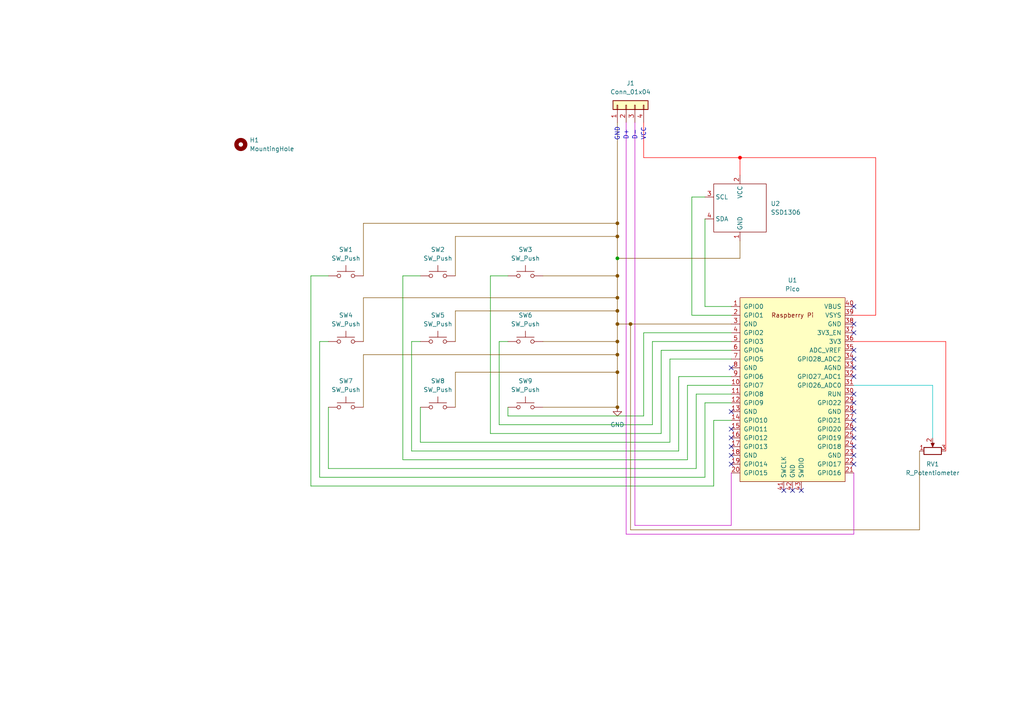
<source format=kicad_sch>
(kicad_sch
	(version 20250114)
	(generator "eeschema")
	(generator_version "9.0")
	(uuid "be761d41-80fa-41e6-a46b-db60b2c112ba")
	(paper "A4")
	(lib_symbols
		(symbol "Connector_Generic:Conn_01x04"
			(pin_names
				(offset 1.016)
				(hide yes)
			)
			(exclude_from_sim no)
			(in_bom yes)
			(on_board yes)
			(property "Reference" "J"
				(at 0 5.08 0)
				(effects
					(font
						(size 1.27 1.27)
					)
				)
			)
			(property "Value" "Conn_01x04"
				(at 0 -7.62 0)
				(effects
					(font
						(size 1.27 1.27)
					)
				)
			)
			(property "Footprint" ""
				(at 0 0 0)
				(effects
					(font
						(size 1.27 1.27)
					)
					(hide yes)
				)
			)
			(property "Datasheet" "~"
				(at 0 0 0)
				(effects
					(font
						(size 1.27 1.27)
					)
					(hide yes)
				)
			)
			(property "Description" "Generic connector, single row, 01x04, script generated (kicad-library-utils/schlib/autogen/connector/)"
				(at 0 0 0)
				(effects
					(font
						(size 1.27 1.27)
					)
					(hide yes)
				)
			)
			(property "ki_keywords" "connector"
				(at 0 0 0)
				(effects
					(font
						(size 1.27 1.27)
					)
					(hide yes)
				)
			)
			(property "ki_fp_filters" "Connector*:*_1x??_*"
				(at 0 0 0)
				(effects
					(font
						(size 1.27 1.27)
					)
					(hide yes)
				)
			)
			(symbol "Conn_01x04_1_1"
				(rectangle
					(start -1.27 3.81)
					(end 1.27 -6.35)
					(stroke
						(width 0.254)
						(type default)
					)
					(fill
						(type background)
					)
				)
				(rectangle
					(start -1.27 2.667)
					(end 0 2.413)
					(stroke
						(width 0.1524)
						(type default)
					)
					(fill
						(type none)
					)
				)
				(rectangle
					(start -1.27 0.127)
					(end 0 -0.127)
					(stroke
						(width 0.1524)
						(type default)
					)
					(fill
						(type none)
					)
				)
				(rectangle
					(start -1.27 -2.413)
					(end 0 -2.667)
					(stroke
						(width 0.1524)
						(type default)
					)
					(fill
						(type none)
					)
				)
				(rectangle
					(start -1.27 -4.953)
					(end 0 -5.207)
					(stroke
						(width 0.1524)
						(type default)
					)
					(fill
						(type none)
					)
				)
				(pin passive line
					(at -5.08 2.54 0)
					(length 3.81)
					(name "Pin_1"
						(effects
							(font
								(size 1.27 1.27)
							)
						)
					)
					(number "1"
						(effects
							(font
								(size 1.27 1.27)
							)
						)
					)
				)
				(pin passive line
					(at -5.08 0 0)
					(length 3.81)
					(name "Pin_2"
						(effects
							(font
								(size 1.27 1.27)
							)
						)
					)
					(number "2"
						(effects
							(font
								(size 1.27 1.27)
							)
						)
					)
				)
				(pin passive line
					(at -5.08 -2.54 0)
					(length 3.81)
					(name "Pin_3"
						(effects
							(font
								(size 1.27 1.27)
							)
						)
					)
					(number "3"
						(effects
							(font
								(size 1.27 1.27)
							)
						)
					)
				)
				(pin passive line
					(at -5.08 -5.08 0)
					(length 3.81)
					(name "Pin_4"
						(effects
							(font
								(size 1.27 1.27)
							)
						)
					)
					(number "4"
						(effects
							(font
								(size 1.27 1.27)
							)
						)
					)
				)
			)
			(embedded_fonts no)
		)
		(symbol "Device:R_Potentiometer"
			(pin_names
				(offset 1.016)
				(hide yes)
			)
			(exclude_from_sim no)
			(in_bom yes)
			(on_board yes)
			(property "Reference" "RV"
				(at -4.445 0 90)
				(effects
					(font
						(size 1.27 1.27)
					)
				)
			)
			(property "Value" "R_Potentiometer"
				(at -2.54 0 90)
				(effects
					(font
						(size 1.27 1.27)
					)
				)
			)
			(property "Footprint" ""
				(at 0 0 0)
				(effects
					(font
						(size 1.27 1.27)
					)
					(hide yes)
				)
			)
			(property "Datasheet" "~"
				(at 0 0 0)
				(effects
					(font
						(size 1.27 1.27)
					)
					(hide yes)
				)
			)
			(property "Description" "Potentiometer"
				(at 0 0 0)
				(effects
					(font
						(size 1.27 1.27)
					)
					(hide yes)
				)
			)
			(property "ki_keywords" "resistor variable"
				(at 0 0 0)
				(effects
					(font
						(size 1.27 1.27)
					)
					(hide yes)
				)
			)
			(property "ki_fp_filters" "Potentiometer*"
				(at 0 0 0)
				(effects
					(font
						(size 1.27 1.27)
					)
					(hide yes)
				)
			)
			(symbol "R_Potentiometer_0_1"
				(rectangle
					(start 1.016 2.54)
					(end -1.016 -2.54)
					(stroke
						(width 0.254)
						(type default)
					)
					(fill
						(type none)
					)
				)
				(polyline
					(pts
						(xy 1.143 0) (xy 2.286 0.508) (xy 2.286 -0.508) (xy 1.143 0)
					)
					(stroke
						(width 0)
						(type default)
					)
					(fill
						(type outline)
					)
				)
				(polyline
					(pts
						(xy 2.54 0) (xy 1.524 0)
					)
					(stroke
						(width 0)
						(type default)
					)
					(fill
						(type none)
					)
				)
			)
			(symbol "R_Potentiometer_1_1"
				(pin passive line
					(at 0 3.81 270)
					(length 1.27)
					(name "1"
						(effects
							(font
								(size 1.27 1.27)
							)
						)
					)
					(number "1"
						(effects
							(font
								(size 1.27 1.27)
							)
						)
					)
				)
				(pin passive line
					(at 0 -3.81 90)
					(length 1.27)
					(name "3"
						(effects
							(font
								(size 1.27 1.27)
							)
						)
					)
					(number "3"
						(effects
							(font
								(size 1.27 1.27)
							)
						)
					)
				)
				(pin passive line
					(at 3.81 0 180)
					(length 1.27)
					(name "2"
						(effects
							(font
								(size 1.27 1.27)
							)
						)
					)
					(number "2"
						(effects
							(font
								(size 1.27 1.27)
							)
						)
					)
				)
			)
			(embedded_fonts no)
		)
		(symbol "Mechanical:MountingHole"
			(pin_names
				(offset 1.016)
			)
			(exclude_from_sim yes)
			(in_bom no)
			(on_board yes)
			(property "Reference" "H"
				(at 0 5.08 0)
				(effects
					(font
						(size 1.27 1.27)
					)
				)
			)
			(property "Value" "MountingHole"
				(at 0 3.175 0)
				(effects
					(font
						(size 1.27 1.27)
					)
				)
			)
			(property "Footprint" ""
				(at 0 0 0)
				(effects
					(font
						(size 1.27 1.27)
					)
					(hide yes)
				)
			)
			(property "Datasheet" "~"
				(at 0 0 0)
				(effects
					(font
						(size 1.27 1.27)
					)
					(hide yes)
				)
			)
			(property "Description" "Mounting Hole without connection"
				(at 0 0 0)
				(effects
					(font
						(size 1.27 1.27)
					)
					(hide yes)
				)
			)
			(property "ki_keywords" "mounting hole"
				(at 0 0 0)
				(effects
					(font
						(size 1.27 1.27)
					)
					(hide yes)
				)
			)
			(property "ki_fp_filters" "MountingHole*"
				(at 0 0 0)
				(effects
					(font
						(size 1.27 1.27)
					)
					(hide yes)
				)
			)
			(symbol "MountingHole_0_1"
				(circle
					(center 0 0)
					(radius 1.27)
					(stroke
						(width 1.27)
						(type default)
					)
					(fill
						(type none)
					)
				)
			)
			(embedded_fonts no)
		)
		(symbol "SSD1306:SSD1306"
			(exclude_from_sim no)
			(in_bom yes)
			(on_board yes)
			(property "Reference" "U"
				(at 0 0 0)
				(effects
					(font
						(size 1.27 1.27)
					)
				)
			)
			(property "Value" "SSD1306"
				(at 9.144 0.508 90)
				(effects
					(font
						(size 1.27 1.27)
					)
				)
			)
			(property "Footprint" ""
				(at 0 0 0)
				(effects
					(font
						(size 1.27 1.27)
					)
					(hide yes)
				)
			)
			(property "Datasheet" ""
				(at 0 0 0)
				(effects
					(font
						(size 1.27 1.27)
					)
					(hide yes)
				)
			)
			(property "Description" ""
				(at 0 0 0)
				(effects
					(font
						(size 1.27 1.27)
					)
					(hide yes)
				)
			)
			(symbol "SSD1306_0_1"
				(rectangle
					(start -7.62 7.62)
					(end 7.62 -6.35)
					(stroke
						(width 0)
						(type default)
					)
					(fill
						(type none)
					)
				)
			)
			(symbol "SSD1306_1_1"
				(pin input line
					(at -10.16 3.81 0)
					(length 2.54)
					(name "SCL"
						(effects
							(font
								(size 1.27 1.27)
							)
						)
					)
					(number "3"
						(effects
							(font
								(size 1.27 1.27)
							)
						)
					)
				)
				(pin bidirectional line
					(at -10.16 -2.54 0)
					(length 2.54)
					(name "SDA"
						(effects
							(font
								(size 1.27 1.27)
							)
						)
					)
					(number "4"
						(effects
							(font
								(size 1.27 1.27)
							)
						)
					)
				)
				(pin power_in line
					(at 0 10.16 270)
					(length 2.54)
					(name "VCC"
						(effects
							(font
								(size 1.27 1.27)
							)
						)
					)
					(number "2"
						(effects
							(font
								(size 1.27 1.27)
							)
						)
					)
				)
				(pin power_in line
					(at 0 -8.89 90)
					(length 2.54)
					(name "GND"
						(effects
							(font
								(size 1.27 1.27)
							)
						)
					)
					(number "1"
						(effects
							(font
								(size 1.27 1.27)
							)
						)
					)
				)
			)
			(embedded_fonts no)
		)
		(symbol "Switch:SW_Push"
			(pin_numbers
				(hide yes)
			)
			(pin_names
				(offset 1.016)
				(hide yes)
			)
			(exclude_from_sim no)
			(in_bom yes)
			(on_board yes)
			(property "Reference" "SW"
				(at 1.27 2.54 0)
				(effects
					(font
						(size 1.27 1.27)
					)
					(justify left)
				)
			)
			(property "Value" "SW_Push"
				(at 0 -1.524 0)
				(effects
					(font
						(size 1.27 1.27)
					)
				)
			)
			(property "Footprint" ""
				(at 0 5.08 0)
				(effects
					(font
						(size 1.27 1.27)
					)
					(hide yes)
				)
			)
			(property "Datasheet" "~"
				(at 0 5.08 0)
				(effects
					(font
						(size 1.27 1.27)
					)
					(hide yes)
				)
			)
			(property "Description" "Push button switch, generic, two pins"
				(at 0 0 0)
				(effects
					(font
						(size 1.27 1.27)
					)
					(hide yes)
				)
			)
			(property "ki_keywords" "switch normally-open pushbutton push-button"
				(at 0 0 0)
				(effects
					(font
						(size 1.27 1.27)
					)
					(hide yes)
				)
			)
			(symbol "SW_Push_0_1"
				(circle
					(center -2.032 0)
					(radius 0.508)
					(stroke
						(width 0)
						(type default)
					)
					(fill
						(type none)
					)
				)
				(polyline
					(pts
						(xy 0 1.27) (xy 0 3.048)
					)
					(stroke
						(width 0)
						(type default)
					)
					(fill
						(type none)
					)
				)
				(circle
					(center 2.032 0)
					(radius 0.508)
					(stroke
						(width 0)
						(type default)
					)
					(fill
						(type none)
					)
				)
				(polyline
					(pts
						(xy 2.54 1.27) (xy -2.54 1.27)
					)
					(stroke
						(width 0)
						(type default)
					)
					(fill
						(type none)
					)
				)
				(pin passive line
					(at -5.08 0 0)
					(length 2.54)
					(name "1"
						(effects
							(font
								(size 1.27 1.27)
							)
						)
					)
					(number "1"
						(effects
							(font
								(size 1.27 1.27)
							)
						)
					)
				)
				(pin passive line
					(at 5.08 0 180)
					(length 2.54)
					(name "2"
						(effects
							(font
								(size 1.27 1.27)
							)
						)
					)
					(number "2"
						(effects
							(font
								(size 1.27 1.27)
							)
						)
					)
				)
			)
			(embedded_fonts no)
		)
		(symbol "power:GND"
			(power)
			(pin_numbers
				(hide yes)
			)
			(pin_names
				(offset 0)
				(hide yes)
			)
			(exclude_from_sim no)
			(in_bom yes)
			(on_board yes)
			(property "Reference" "#PWR"
				(at 0 -6.35 0)
				(effects
					(font
						(size 1.27 1.27)
					)
					(hide yes)
				)
			)
			(property "Value" "GND"
				(at 0 -3.81 0)
				(effects
					(font
						(size 1.27 1.27)
					)
				)
			)
			(property "Footprint" ""
				(at 0 0 0)
				(effects
					(font
						(size 1.27 1.27)
					)
					(hide yes)
				)
			)
			(property "Datasheet" ""
				(at 0 0 0)
				(effects
					(font
						(size 1.27 1.27)
					)
					(hide yes)
				)
			)
			(property "Description" "Power symbol creates a global label with name \"GND\" , ground"
				(at 0 0 0)
				(effects
					(font
						(size 1.27 1.27)
					)
					(hide yes)
				)
			)
			(property "ki_keywords" "global power"
				(at 0 0 0)
				(effects
					(font
						(size 1.27 1.27)
					)
					(hide yes)
				)
			)
			(symbol "GND_0_1"
				(polyline
					(pts
						(xy 0 0) (xy 0 -1.27) (xy 1.27 -1.27) (xy 0 -2.54) (xy -1.27 -1.27) (xy 0 -1.27)
					)
					(stroke
						(width 0)
						(type default)
					)
					(fill
						(type none)
					)
				)
			)
			(symbol "GND_1_1"
				(pin power_in line
					(at 0 0 270)
					(length 0)
					(name "~"
						(effects
							(font
								(size 1.27 1.27)
							)
						)
					)
					(number "1"
						(effects
							(font
								(size 1.27 1.27)
							)
						)
					)
				)
			)
			(embedded_fonts no)
		)
		(symbol "raspberry:Pico"
			(pin_names
				(offset 1.016)
			)
			(exclude_from_sim no)
			(in_bom yes)
			(on_board yes)
			(property "Reference" "U"
				(at -13.97 27.94 0)
				(effects
					(font
						(size 1.27 1.27)
					)
				)
			)
			(property "Value" "Pico"
				(at 0 19.05 0)
				(effects
					(font
						(size 1.27 1.27)
					)
				)
			)
			(property "Footprint" "RPi_Pico:RPi_Pico_SMD_TH"
				(at 0 0 90)
				(effects
					(font
						(size 1.27 1.27)
					)
					(hide yes)
				)
			)
			(property "Datasheet" ""
				(at 0 0 0)
				(effects
					(font
						(size 1.27 1.27)
					)
					(hide yes)
				)
			)
			(property "Description" ""
				(at 0 0 0)
				(effects
					(font
						(size 1.27 1.27)
					)
					(hide yes)
				)
			)
			(symbol "Pico_0_0"
				(text "Raspberry Pi"
					(at 0 21.59 0)
					(effects
						(font
							(size 1.27 1.27)
						)
					)
				)
			)
			(symbol "Pico_0_1"
				(rectangle
					(start -15.24 26.67)
					(end 15.24 -26.67)
					(stroke
						(width 0)
						(type solid)
					)
					(fill
						(type background)
					)
				)
			)
			(symbol "Pico_1_1"
				(pin bidirectional line
					(at -17.78 24.13 0)
					(length 2.54)
					(name "GPIO0"
						(effects
							(font
								(size 1.27 1.27)
							)
						)
					)
					(number "1"
						(effects
							(font
								(size 1.27 1.27)
							)
						)
					)
				)
				(pin bidirectional line
					(at -17.78 21.59 0)
					(length 2.54)
					(name "GPIO1"
						(effects
							(font
								(size 1.27 1.27)
							)
						)
					)
					(number "2"
						(effects
							(font
								(size 1.27 1.27)
							)
						)
					)
				)
				(pin power_in line
					(at -17.78 19.05 0)
					(length 2.54)
					(name "GND"
						(effects
							(font
								(size 1.27 1.27)
							)
						)
					)
					(number "3"
						(effects
							(font
								(size 1.27 1.27)
							)
						)
					)
				)
				(pin bidirectional line
					(at -17.78 16.51 0)
					(length 2.54)
					(name "GPIO2"
						(effects
							(font
								(size 1.27 1.27)
							)
						)
					)
					(number "4"
						(effects
							(font
								(size 1.27 1.27)
							)
						)
					)
				)
				(pin bidirectional line
					(at -17.78 13.97 0)
					(length 2.54)
					(name "GPIO3"
						(effects
							(font
								(size 1.27 1.27)
							)
						)
					)
					(number "5"
						(effects
							(font
								(size 1.27 1.27)
							)
						)
					)
				)
				(pin bidirectional line
					(at -17.78 11.43 0)
					(length 2.54)
					(name "GPIO4"
						(effects
							(font
								(size 1.27 1.27)
							)
						)
					)
					(number "6"
						(effects
							(font
								(size 1.27 1.27)
							)
						)
					)
				)
				(pin bidirectional line
					(at -17.78 8.89 0)
					(length 2.54)
					(name "GPIO5"
						(effects
							(font
								(size 1.27 1.27)
							)
						)
					)
					(number "7"
						(effects
							(font
								(size 1.27 1.27)
							)
						)
					)
				)
				(pin power_in line
					(at -17.78 6.35 0)
					(length 2.54)
					(name "GND"
						(effects
							(font
								(size 1.27 1.27)
							)
						)
					)
					(number "8"
						(effects
							(font
								(size 1.27 1.27)
							)
						)
					)
				)
				(pin bidirectional line
					(at -17.78 3.81 0)
					(length 2.54)
					(name "GPIO6"
						(effects
							(font
								(size 1.27 1.27)
							)
						)
					)
					(number "9"
						(effects
							(font
								(size 1.27 1.27)
							)
						)
					)
				)
				(pin bidirectional line
					(at -17.78 1.27 0)
					(length 2.54)
					(name "GPIO7"
						(effects
							(font
								(size 1.27 1.27)
							)
						)
					)
					(number "10"
						(effects
							(font
								(size 1.27 1.27)
							)
						)
					)
				)
				(pin bidirectional line
					(at -17.78 -1.27 0)
					(length 2.54)
					(name "GPIO8"
						(effects
							(font
								(size 1.27 1.27)
							)
						)
					)
					(number "11"
						(effects
							(font
								(size 1.27 1.27)
							)
						)
					)
				)
				(pin bidirectional line
					(at -17.78 -3.81 0)
					(length 2.54)
					(name "GPIO9"
						(effects
							(font
								(size 1.27 1.27)
							)
						)
					)
					(number "12"
						(effects
							(font
								(size 1.27 1.27)
							)
						)
					)
				)
				(pin power_in line
					(at -17.78 -6.35 0)
					(length 2.54)
					(name "GND"
						(effects
							(font
								(size 1.27 1.27)
							)
						)
					)
					(number "13"
						(effects
							(font
								(size 1.27 1.27)
							)
						)
					)
				)
				(pin bidirectional line
					(at -17.78 -8.89 0)
					(length 2.54)
					(name "GPIO10"
						(effects
							(font
								(size 1.27 1.27)
							)
						)
					)
					(number "14"
						(effects
							(font
								(size 1.27 1.27)
							)
						)
					)
				)
				(pin bidirectional line
					(at -17.78 -11.43 0)
					(length 2.54)
					(name "GPIO11"
						(effects
							(font
								(size 1.27 1.27)
							)
						)
					)
					(number "15"
						(effects
							(font
								(size 1.27 1.27)
							)
						)
					)
				)
				(pin bidirectional line
					(at -17.78 -13.97 0)
					(length 2.54)
					(name "GPIO12"
						(effects
							(font
								(size 1.27 1.27)
							)
						)
					)
					(number "16"
						(effects
							(font
								(size 1.27 1.27)
							)
						)
					)
				)
				(pin bidirectional line
					(at -17.78 -16.51 0)
					(length 2.54)
					(name "GPIO13"
						(effects
							(font
								(size 1.27 1.27)
							)
						)
					)
					(number "17"
						(effects
							(font
								(size 1.27 1.27)
							)
						)
					)
				)
				(pin power_in line
					(at -17.78 -19.05 0)
					(length 2.54)
					(name "GND"
						(effects
							(font
								(size 1.27 1.27)
							)
						)
					)
					(number "18"
						(effects
							(font
								(size 1.27 1.27)
							)
						)
					)
				)
				(pin bidirectional line
					(at -17.78 -21.59 0)
					(length 2.54)
					(name "GPIO14"
						(effects
							(font
								(size 1.27 1.27)
							)
						)
					)
					(number "19"
						(effects
							(font
								(size 1.27 1.27)
							)
						)
					)
				)
				(pin bidirectional line
					(at -17.78 -24.13 0)
					(length 2.54)
					(name "GPIO15"
						(effects
							(font
								(size 1.27 1.27)
							)
						)
					)
					(number "20"
						(effects
							(font
								(size 1.27 1.27)
							)
						)
					)
				)
				(pin input line
					(at -2.54 -29.21 90)
					(length 2.54)
					(name "SWCLK"
						(effects
							(font
								(size 1.27 1.27)
							)
						)
					)
					(number "41"
						(effects
							(font
								(size 1.27 1.27)
							)
						)
					)
				)
				(pin power_in line
					(at 0 -29.21 90)
					(length 2.54)
					(name "GND"
						(effects
							(font
								(size 1.27 1.27)
							)
						)
					)
					(number "42"
						(effects
							(font
								(size 1.27 1.27)
							)
						)
					)
				)
				(pin bidirectional line
					(at 2.54 -29.21 90)
					(length 2.54)
					(name "SWDIO"
						(effects
							(font
								(size 1.27 1.27)
							)
						)
					)
					(number "43"
						(effects
							(font
								(size 1.27 1.27)
							)
						)
					)
				)
				(pin unspecified line
					(at 17.78 24.13 180)
					(length 2.54)
					(name "VBUS"
						(effects
							(font
								(size 1.27 1.27)
							)
						)
					)
					(number "40"
						(effects
							(font
								(size 1.27 1.27)
							)
						)
					)
				)
				(pin unspecified line
					(at 17.78 21.59 180)
					(length 2.54)
					(name "VSYS"
						(effects
							(font
								(size 1.27 1.27)
							)
						)
					)
					(number "39"
						(effects
							(font
								(size 1.27 1.27)
							)
						)
					)
				)
				(pin bidirectional line
					(at 17.78 19.05 180)
					(length 2.54)
					(name "GND"
						(effects
							(font
								(size 1.27 1.27)
							)
						)
					)
					(number "38"
						(effects
							(font
								(size 1.27 1.27)
							)
						)
					)
				)
				(pin input line
					(at 17.78 16.51 180)
					(length 2.54)
					(name "3V3_EN"
						(effects
							(font
								(size 1.27 1.27)
							)
						)
					)
					(number "37"
						(effects
							(font
								(size 1.27 1.27)
							)
						)
					)
				)
				(pin unspecified line
					(at 17.78 13.97 180)
					(length 2.54)
					(name "3V3"
						(effects
							(font
								(size 1.27 1.27)
							)
						)
					)
					(number "36"
						(effects
							(font
								(size 1.27 1.27)
							)
						)
					)
				)
				(pin unspecified line
					(at 17.78 11.43 180)
					(length 2.54)
					(name "ADC_VREF"
						(effects
							(font
								(size 1.27 1.27)
							)
						)
					)
					(number "35"
						(effects
							(font
								(size 1.27 1.27)
							)
						)
					)
				)
				(pin bidirectional line
					(at 17.78 8.89 180)
					(length 2.54)
					(name "GPIO28_ADC2"
						(effects
							(font
								(size 1.27 1.27)
							)
						)
					)
					(number "34"
						(effects
							(font
								(size 1.27 1.27)
							)
						)
					)
				)
				(pin power_in line
					(at 17.78 6.35 180)
					(length 2.54)
					(name "AGND"
						(effects
							(font
								(size 1.27 1.27)
							)
						)
					)
					(number "33"
						(effects
							(font
								(size 1.27 1.27)
							)
						)
					)
				)
				(pin bidirectional line
					(at 17.78 3.81 180)
					(length 2.54)
					(name "GPIO27_ADC1"
						(effects
							(font
								(size 1.27 1.27)
							)
						)
					)
					(number "32"
						(effects
							(font
								(size 1.27 1.27)
							)
						)
					)
				)
				(pin bidirectional line
					(at 17.78 1.27 180)
					(length 2.54)
					(name "GPIO26_ADC0"
						(effects
							(font
								(size 1.27 1.27)
							)
						)
					)
					(number "31"
						(effects
							(font
								(size 1.27 1.27)
							)
						)
					)
				)
				(pin input line
					(at 17.78 -1.27 180)
					(length 2.54)
					(name "RUN"
						(effects
							(font
								(size 1.27 1.27)
							)
						)
					)
					(number "30"
						(effects
							(font
								(size 1.27 1.27)
							)
						)
					)
				)
				(pin bidirectional line
					(at 17.78 -3.81 180)
					(length 2.54)
					(name "GPIO22"
						(effects
							(font
								(size 1.27 1.27)
							)
						)
					)
					(number "29"
						(effects
							(font
								(size 1.27 1.27)
							)
						)
					)
				)
				(pin power_in line
					(at 17.78 -6.35 180)
					(length 2.54)
					(name "GND"
						(effects
							(font
								(size 1.27 1.27)
							)
						)
					)
					(number "28"
						(effects
							(font
								(size 1.27 1.27)
							)
						)
					)
				)
				(pin bidirectional line
					(at 17.78 -8.89 180)
					(length 2.54)
					(name "GPIO21"
						(effects
							(font
								(size 1.27 1.27)
							)
						)
					)
					(number "27"
						(effects
							(font
								(size 1.27 1.27)
							)
						)
					)
				)
				(pin bidirectional line
					(at 17.78 -11.43 180)
					(length 2.54)
					(name "GPIO20"
						(effects
							(font
								(size 1.27 1.27)
							)
						)
					)
					(number "26"
						(effects
							(font
								(size 1.27 1.27)
							)
						)
					)
				)
				(pin bidirectional line
					(at 17.78 -13.97 180)
					(length 2.54)
					(name "GPIO19"
						(effects
							(font
								(size 1.27 1.27)
							)
						)
					)
					(number "25"
						(effects
							(font
								(size 1.27 1.27)
							)
						)
					)
				)
				(pin bidirectional line
					(at 17.78 -16.51 180)
					(length 2.54)
					(name "GPIO18"
						(effects
							(font
								(size 1.27 1.27)
							)
						)
					)
					(number "24"
						(effects
							(font
								(size 1.27 1.27)
							)
						)
					)
				)
				(pin power_in line
					(at 17.78 -19.05 180)
					(length 2.54)
					(name "GND"
						(effects
							(font
								(size 1.27 1.27)
							)
						)
					)
					(number "23"
						(effects
							(font
								(size 1.27 1.27)
							)
						)
					)
				)
				(pin bidirectional line
					(at 17.78 -21.59 180)
					(length 2.54)
					(name "GPIO17"
						(effects
							(font
								(size 1.27 1.27)
							)
						)
					)
					(number "22"
						(effects
							(font
								(size 1.27 1.27)
							)
						)
					)
				)
				(pin bidirectional line
					(at 17.78 -24.13 180)
					(length 2.54)
					(name "GPIO16"
						(effects
							(font
								(size 1.27 1.27)
							)
						)
					)
					(number "21"
						(effects
							(font
								(size 1.27 1.27)
							)
						)
					)
				)
			)
			(embedded_fonts no)
		)
	)
	(text "GND\n"
		(exclude_from_sim no)
		(at 179.07 38.862 90)
		(effects
			(font
				(size 1.27 1.27)
			)
		)
		(uuid "45fee251-478c-4737-b59b-9ca092b72ef7")
	)
	(text "D+\n"
		(exclude_from_sim no)
		(at 181.61 39.116 90)
		(effects
			(font
				(size 1.27 1.27)
			)
		)
		(uuid "b1de9ca5-fd14-41e1-86f9-0e72c59281df")
	)
	(text "D-\n"
		(exclude_from_sim no)
		(at 184.15 39.116 90)
		(effects
			(font
				(size 1.27 1.27)
			)
		)
		(uuid "c95bc620-0beb-4182-bf47-120e02dfc940")
	)
	(text "VCC\n"
		(exclude_from_sim no)
		(at 186.69 38.862 90)
		(effects
			(font
				(size 1.27 1.27)
			)
		)
		(uuid "d542c6fa-1b9f-484f-a2f7-bdeba50b7614")
	)
	(junction
		(at 179.07 118.11)
		(diameter 0)
		(color 128 77 0 1)
		(uuid "0c23b095-1019-470c-af69-061ee9f851e0")
	)
	(junction
		(at 179.07 93.98)
		(diameter 0)
		(color 128 77 0 1)
		(uuid "2ec4885a-d09b-49ff-9c12-ad515e22e245")
	)
	(junction
		(at 179.07 99.06)
		(diameter 0)
		(color 128 77 0 1)
		(uuid "37a01d85-96e2-4d54-a775-d9b83076e165")
	)
	(junction
		(at 179.07 86.36)
		(diameter 0)
		(color 128 77 0 1)
		(uuid "40c83164-a36d-402f-90c9-85177037231f")
	)
	(junction
		(at 214.63 45.72)
		(diameter 0)
		(color 255 0 0 1)
		(uuid "61cdc0c0-92df-4be1-a305-34f822688a98")
	)
	(junction
		(at 179.07 80.01)
		(diameter 0)
		(color 128 77 0 1)
		(uuid "679b977f-3158-492e-9887-79d81e489873")
	)
	(junction
		(at 179.07 74.93)
		(diameter 0)
		(color 0 0 0 0)
		(uuid "8b8b1e2a-618e-46ec-a5ef-e62a9958cf21")
	)
	(junction
		(at 179.07 102.87)
		(diameter 0)
		(color 128 77 0 1)
		(uuid "9f0f48e7-7b5d-43a5-b3fa-53004c3f9241")
	)
	(junction
		(at 179.07 64.77)
		(diameter 0)
		(color 128 77 0 1)
		(uuid "bb0c5799-a029-40ec-8d86-7aae34a20513")
	)
	(junction
		(at 182.88 93.98)
		(diameter 0)
		(color 128 77 0 1)
		(uuid "e9f73342-cd2f-4b4f-b17c-02bed527cb2e")
	)
	(junction
		(at 179.07 68.58)
		(diameter 0)
		(color 128 77 0 1)
		(uuid "ee647d8d-61e5-4720-b9a0-21a69a06e40d")
	)
	(junction
		(at 179.07 107.95)
		(diameter 0)
		(color 128 77 0 1)
		(uuid "fbd27eb1-79a4-4900-8c17-d011e186230b")
	)
	(junction
		(at 179.07 90.17)
		(diameter 0)
		(color 128 77 0 1)
		(uuid "fe28db5f-b30e-4a5d-95f3-861b3bf14cc9")
	)
	(no_connect
		(at 247.65 134.62)
		(uuid "0def4210-f909-421b-99c6-4a69ef8a9721")
	)
	(no_connect
		(at 212.09 106.68)
		(uuid "17332dbd-d125-4f3f-a0bd-7984cc31fcd9")
	)
	(no_connect
		(at 247.65 119.38)
		(uuid "1a950b32-e436-4593-9dcf-3ecd78b0cd56")
	)
	(no_connect
		(at 247.65 88.9)
		(uuid "1d071b9a-59a9-4ff0-8c41-7712ccfad76d")
	)
	(no_connect
		(at 212.09 132.08)
		(uuid "22d82d82-4304-4374-a911-788d2cd786b5")
	)
	(no_connect
		(at 247.65 93.98)
		(uuid "3ff2efd0-aca8-40b2-9563-0ba8301eba2c")
	)
	(no_connect
		(at 247.65 106.68)
		(uuid "48f57708-7a4a-4745-9223-f7bdc56ad4aa")
	)
	(no_connect
		(at 247.65 101.6)
		(uuid "61768a39-d75f-4393-85fe-4fcf29f791e9")
	)
	(no_connect
		(at 232.41 142.24)
		(uuid "6b706e6e-8714-4052-a934-3e45fca932b5")
	)
	(no_connect
		(at 227.33 142.24)
		(uuid "6e75b651-4bf5-4950-abbf-d2291d19a765")
	)
	(no_connect
		(at 212.09 134.62)
		(uuid "7679a63a-553e-4ad8-8889-7246ad06a526")
	)
	(no_connect
		(at 247.65 109.22)
		(uuid "7f3ae5d7-cfa7-4b90-80b5-2e5a84a14ef4")
	)
	(no_connect
		(at 247.65 104.14)
		(uuid "a46942f9-a162-4e8e-bcdf-7667e5e80564")
	)
	(no_connect
		(at 247.65 124.46)
		(uuid "a9b29898-4233-4e92-b6e1-edb019c7e5ee")
	)
	(no_connect
		(at 247.65 129.54)
		(uuid "ae455189-7e96-4925-83ef-a0f99c250158")
	)
	(no_connect
		(at 212.09 127)
		(uuid "ae94f28b-1bcf-458c-9c30-b010302aad10")
	)
	(no_connect
		(at 212.09 124.46)
		(uuid "af51048d-5ab8-4bbe-bc40-f2dfa108e3a9")
	)
	(no_connect
		(at 247.65 132.08)
		(uuid "af70a86e-054a-43b4-85df-436db9af400e")
	)
	(no_connect
		(at 247.65 127)
		(uuid "af94e4b2-8d89-4b96-99ac-005594ba765b")
	)
	(no_connect
		(at 229.87 142.24)
		(uuid "b404e9bc-ed24-4dfb-9567-53edffb5fde0")
	)
	(no_connect
		(at 212.09 119.38)
		(uuid "bb9a7252-e8d3-4077-9033-d351302628fd")
	)
	(no_connect
		(at 247.65 114.3)
		(uuid "de3b30fb-8d46-4027-bd77-75a6be2fddaa")
	)
	(no_connect
		(at 212.09 129.54)
		(uuid "e27b4e3e-8c49-4c1e-bce0-f5a32e62ad4a")
	)
	(no_connect
		(at 247.65 116.84)
		(uuid "ec84732b-db31-4128-9f75-89de45fed9be")
	)
	(no_connect
		(at 247.65 96.52)
		(uuid "f084babf-9115-4088-ae6c-75420a2d20d3")
	)
	(no_connect
		(at 247.65 121.92)
		(uuid "ff0f3d34-ba1c-4ead-8e1a-0e42c1cefc92")
	)
	(wire
		(pts
			(xy 95.25 135.89) (xy 201.93 135.89)
		)
		(stroke
			(width 0)
			(type default)
		)
		(uuid "062b9240-f6cc-4dbd-be1b-9a71a40e59ab")
	)
	(wire
		(pts
			(xy 204.47 88.9) (xy 212.09 88.9)
		)
		(stroke
			(width 0)
			(type default)
		)
		(uuid "08d1ebb7-5230-45d8-a214-204b79a033b2")
	)
	(wire
		(pts
			(xy 274.32 99.06) (xy 274.32 130.81)
		)
		(stroke
			(width 0)
			(type default)
			(color 255 0 0 1)
		)
		(uuid "0a998bc1-d1b1-41a8-a5bf-96740aa7f56a")
	)
	(wire
		(pts
			(xy 184.15 152.4) (xy 184.15 35.56)
		)
		(stroke
			(width 0)
			(type default)
			(color 194 0 194 1)
		)
		(uuid "0c7f911a-cb51-4c31-bf84-cdaf24674a7b")
	)
	(wire
		(pts
			(xy 199.39 111.76) (xy 212.09 111.76)
		)
		(stroke
			(width 0)
			(type default)
		)
		(uuid "0e3722f7-d2c6-4c59-8572-9cd6769b1649")
	)
	(wire
		(pts
			(xy 270.51 111.76) (xy 247.65 111.76)
		)
		(stroke
			(width 0)
			(type default)
			(color 0 194 194 1)
		)
		(uuid "1451f234-22f9-494d-abf4-de0ee0f2369e")
	)
	(wire
		(pts
			(xy 194.31 128.27) (xy 194.31 104.14)
		)
		(stroke
			(width 0)
			(type default)
		)
		(uuid "1dbb92c1-fed6-4c02-9094-984acdf75cea")
	)
	(wire
		(pts
			(xy 247.65 99.06) (xy 274.32 99.06)
		)
		(stroke
			(width 0)
			(type default)
			(color 255 0 0 1)
		)
		(uuid "20db8a54-a048-441f-8eff-811770f69c21")
	)
	(wire
		(pts
			(xy 132.08 68.58) (xy 179.07 68.58)
		)
		(stroke
			(width 0)
			(type default)
			(color 128 77 0 1)
		)
		(uuid "21c020ef-e662-414c-9422-ead3e78409a5")
	)
	(wire
		(pts
			(xy 186.69 45.72) (xy 186.69 35.56)
		)
		(stroke
			(width 0)
			(type default)
			(color 255 0 0 1)
		)
		(uuid "2838fe8b-a146-45be-87a2-d50727717f0c")
	)
	(wire
		(pts
			(xy 247.65 154.94) (xy 247.65 137.16)
		)
		(stroke
			(width 0)
			(type default)
			(color 194 0 194 1)
		)
		(uuid "29aed3b8-0c91-4f71-844c-09a8d4e169e6")
	)
	(wire
		(pts
			(xy 196.85 130.81) (xy 119.38 130.81)
		)
		(stroke
			(width 0)
			(type default)
		)
		(uuid "2af338f8-8a90-4b6b-812c-878c6b298e16")
	)
	(wire
		(pts
			(xy 179.07 90.17) (xy 179.07 93.98)
		)
		(stroke
			(width 0)
			(type default)
			(color 128 77 0 1)
		)
		(uuid "2afbc909-fbb0-4979-aaf5-e036e3e1be86")
	)
	(wire
		(pts
			(xy 196.85 109.22) (xy 196.85 130.81)
		)
		(stroke
			(width 0)
			(type default)
		)
		(uuid "2c45d125-ae64-48d5-8ef5-7a586daf412c")
	)
	(wire
		(pts
			(xy 214.63 50.8) (xy 214.63 45.72)
		)
		(stroke
			(width 0)
			(type default)
			(color 255 0 0 1)
		)
		(uuid "2c7c50fd-5e0f-4ad9-81bf-8de23f222b12")
	)
	(wire
		(pts
			(xy 157.48 118.11) (xy 179.07 118.11)
		)
		(stroke
			(width 0)
			(type default)
			(color 128 77 0 1)
		)
		(uuid "2cf2f0fa-39b9-4c20-a46a-afacbc0a6889")
	)
	(wire
		(pts
			(xy 212.09 109.22) (xy 196.85 109.22)
		)
		(stroke
			(width 0)
			(type default)
		)
		(uuid "304ceca0-eb79-4db8-b76f-ea83d84befa1")
	)
	(wire
		(pts
			(xy 105.41 118.11) (xy 105.41 102.87)
		)
		(stroke
			(width 0)
			(type default)
			(color 128 77 0 1)
		)
		(uuid "32bb1b50-d877-4559-97c4-173ef056cfb5")
	)
	(wire
		(pts
			(xy 200.66 57.15) (xy 200.66 91.44)
		)
		(stroke
			(width 0)
			(type default)
		)
		(uuid "33f02da8-8274-40c8-9d3b-c2b73ff06fb4")
	)
	(wire
		(pts
			(xy 212.09 152.4) (xy 184.15 152.4)
		)
		(stroke
			(width 0)
			(type default)
			(color 194 0 194 1)
		)
		(uuid "34d17f9c-d1ac-4b06-b8f1-a46067edfb19")
	)
	(wire
		(pts
			(xy 119.38 130.81) (xy 119.38 99.06)
		)
		(stroke
			(width 0)
			(type default)
		)
		(uuid "35072553-3883-403b-b99d-98fe00059a51")
	)
	(wire
		(pts
			(xy 179.07 107.95) (xy 179.07 118.11)
		)
		(stroke
			(width 0)
			(type default)
			(color 128 77 0 1)
		)
		(uuid "362f6711-2a93-4c6d-ac53-f048086b491e")
	)
	(wire
		(pts
			(xy 179.07 99.06) (xy 179.07 102.87)
		)
		(stroke
			(width 0)
			(type default)
			(color 128 77 0 1)
		)
		(uuid "4017b2e4-2788-4feb-bf7a-743bd213ac8d")
	)
	(wire
		(pts
			(xy 200.66 91.44) (xy 212.09 91.44)
		)
		(stroke
			(width 0)
			(type default)
		)
		(uuid "43ce0e03-87f8-45a4-894a-7591c67a2d1e")
	)
	(wire
		(pts
			(xy 142.24 80.01) (xy 142.24 125.73)
		)
		(stroke
			(width 0)
			(type default)
		)
		(uuid "46943b7c-ec35-425c-8ccd-e91a8cf72497")
	)
	(wire
		(pts
			(xy 179.07 64.77) (xy 179.07 35.56)
		)
		(stroke
			(width 0)
			(type default)
			(color 128 77 0 1)
		)
		(uuid "47fb2ff7-bc71-43e0-b54a-49575d89917f")
	)
	(wire
		(pts
			(xy 144.78 99.06) (xy 144.78 123.19)
		)
		(stroke
			(width 0)
			(type default)
		)
		(uuid "489d960c-7d22-4a91-b635-063269c14809")
	)
	(wire
		(pts
			(xy 132.08 107.95) (xy 179.07 107.95)
		)
		(stroke
			(width 0)
			(type default)
			(color 128 77 0 1)
		)
		(uuid "4a63f09b-b80a-445a-8e7e-8c3dd7e88e14")
	)
	(wire
		(pts
			(xy 90.17 140.97) (xy 90.17 80.01)
		)
		(stroke
			(width 0)
			(type default)
		)
		(uuid "4a8a1ddd-2d27-4379-9f21-5d8b6bb0393e")
	)
	(wire
		(pts
			(xy 121.92 80.01) (xy 116.84 80.01)
		)
		(stroke
			(width 0)
			(type default)
		)
		(uuid "4bc6d2ff-dd97-4aea-8892-f3a7d9508e51")
	)
	(wire
		(pts
			(xy 157.48 99.06) (xy 179.07 99.06)
		)
		(stroke
			(width 0)
			(type default)
			(color 128 77 0 1)
		)
		(uuid "4fa8a972-5ca7-45d7-b039-b98448f3c3cd")
	)
	(wire
		(pts
			(xy 92.71 99.06) (xy 92.71 138.43)
		)
		(stroke
			(width 0)
			(type default)
		)
		(uuid "532ae39d-02fa-41a1-874f-76769d70a639")
	)
	(wire
		(pts
			(xy 212.09 121.92) (xy 207.01 121.92)
		)
		(stroke
			(width 0)
			(type default)
		)
		(uuid "58f492e6-40b5-49db-a3eb-21cd09824be4")
	)
	(wire
		(pts
			(xy 189.23 123.19) (xy 189.23 99.06)
		)
		(stroke
			(width 0)
			(type default)
		)
		(uuid "59678d1b-a703-4392-89c3-e2732d3c1679")
	)
	(wire
		(pts
			(xy 182.88 153.67) (xy 266.7 153.67)
		)
		(stroke
			(width 0)
			(type default)
			(color 128 77 0 1)
		)
		(uuid "5b43bf98-782c-49db-b48c-f784ce22d6b4")
	)
	(wire
		(pts
			(xy 179.07 80.01) (xy 179.07 74.93)
		)
		(stroke
			(width 0)
			(type default)
			(color 128 77 0 1)
		)
		(uuid "5d326492-71dc-43ec-bf44-dbf5ac48efa6")
	)
	(wire
		(pts
			(xy 207.01 140.97) (xy 90.17 140.97)
		)
		(stroke
			(width 0)
			(type default)
		)
		(uuid "5f000b3c-8e37-4c1d-874f-8870a6c06c5d")
	)
	(wire
		(pts
			(xy 182.88 93.98) (xy 182.88 153.67)
		)
		(stroke
			(width 0)
			(type default)
			(color 128 77 0 1)
		)
		(uuid "5fe8c16a-257d-468c-a317-4a404903337d")
	)
	(wire
		(pts
			(xy 266.7 153.67) (xy 266.7 130.81)
		)
		(stroke
			(width 0)
			(type default)
			(color 128 77 0 1)
		)
		(uuid "608eed7f-b012-462b-8fe6-449b7d2d75b1")
	)
	(wire
		(pts
			(xy 179.07 93.98) (xy 179.07 99.06)
		)
		(stroke
			(width 0)
			(type default)
			(color 128 77 0 1)
		)
		(uuid "617e60ee-fd13-4ec2-a4ec-e51f1e817c1a")
	)
	(wire
		(pts
			(xy 201.93 135.89) (xy 201.93 114.3)
		)
		(stroke
			(width 0)
			(type default)
		)
		(uuid "62cb038f-afbe-489a-80c5-5fec06fe31ef")
	)
	(wire
		(pts
			(xy 119.38 99.06) (xy 121.92 99.06)
		)
		(stroke
			(width 0)
			(type default)
		)
		(uuid "63413d35-d5b6-4f7a-bd33-747b2ee2dc1a")
	)
	(wire
		(pts
			(xy 92.71 138.43) (xy 204.47 138.43)
		)
		(stroke
			(width 0)
			(type default)
		)
		(uuid "66f6f773-a999-4907-aae3-03c9e50919e8")
	)
	(wire
		(pts
			(xy 186.69 45.72) (xy 214.63 45.72)
		)
		(stroke
			(width 0)
			(type default)
			(color 255 0 0 1)
		)
		(uuid "68bb2020-8263-4aef-97d4-a7faae83a012")
	)
	(wire
		(pts
			(xy 157.48 80.01) (xy 179.07 80.01)
		)
		(stroke
			(width 0)
			(type default)
			(color 128 77 0 1)
		)
		(uuid "7310fd7c-9888-4fc2-8071-063c76f3df60")
	)
	(wire
		(pts
			(xy 212.09 96.52) (xy 186.69 96.52)
		)
		(stroke
			(width 0)
			(type default)
		)
		(uuid "7b040ee8-0288-424b-9a36-6cb0f28b5fc3")
	)
	(wire
		(pts
			(xy 201.93 114.3) (xy 212.09 114.3)
		)
		(stroke
			(width 0)
			(type default)
		)
		(uuid "7b96122c-a59e-4091-83d2-05c207af8722")
	)
	(wire
		(pts
			(xy 179.07 93.98) (xy 182.88 93.98)
		)
		(stroke
			(width 0)
			(type default)
			(color 128 77 0 1)
		)
		(uuid "7d24c2cf-2a8a-4de8-bc7e-ba05e7611715")
	)
	(wire
		(pts
			(xy 214.63 74.93) (xy 214.63 69.85)
		)
		(stroke
			(width 0)
			(type default)
			(color 128 77 0 1)
		)
		(uuid "7e13331c-7e22-42da-87a5-bca2765b1def")
	)
	(wire
		(pts
			(xy 204.47 116.84) (xy 212.09 116.84)
		)
		(stroke
			(width 0)
			(type default)
		)
		(uuid "7e7c7f76-1b2f-4bac-bd00-6dec2652e0ff")
	)
	(wire
		(pts
			(xy 179.07 102.87) (xy 179.07 107.95)
		)
		(stroke
			(width 0)
			(type default)
			(color 128 77 0 1)
		)
		(uuid "7e803b7b-5010-4095-85ac-a093d73dcd8c")
	)
	(wire
		(pts
			(xy 191.77 125.73) (xy 191.77 101.6)
		)
		(stroke
			(width 0)
			(type default)
		)
		(uuid "7f0a794a-8141-4e29-a885-112fa5616e84")
	)
	(wire
		(pts
			(xy 95.25 118.11) (xy 95.25 135.89)
		)
		(stroke
			(width 0)
			(type default)
		)
		(uuid "814e403e-ad56-4679-abbf-0014cd752399")
	)
	(wire
		(pts
			(xy 204.47 138.43) (xy 204.47 116.84)
		)
		(stroke
			(width 0)
			(type default)
		)
		(uuid "82de5b61-c38d-43ba-b4b2-a5bfb1562001")
	)
	(wire
		(pts
			(xy 132.08 90.17) (xy 179.07 90.17)
		)
		(stroke
			(width 0)
			(type default)
			(color 128 77 0 1)
		)
		(uuid "82dfc470-5e34-4d4c-b8a9-a361dfd5f375")
	)
	(wire
		(pts
			(xy 204.47 63.5) (xy 204.47 88.9)
		)
		(stroke
			(width 0)
			(type default)
		)
		(uuid "87ec860a-0250-4d1e-9912-dd55292a9c19")
	)
	(wire
		(pts
			(xy 144.78 123.19) (xy 189.23 123.19)
		)
		(stroke
			(width 0)
			(type default)
		)
		(uuid "8bd8f4b4-e7fe-440a-bc68-06b6cb8efa80")
	)
	(wire
		(pts
			(xy 212.09 152.4) (xy 212.09 137.16)
		)
		(stroke
			(width 0)
			(type default)
			(color 194 0 194 1)
		)
		(uuid "8beeadb3-f3f3-4e54-8856-bc80e1197da6")
	)
	(wire
		(pts
			(xy 121.92 128.27) (xy 194.31 128.27)
		)
		(stroke
			(width 0)
			(type default)
		)
		(uuid "918e5a0d-40e3-437e-848f-17e51f3613e9")
	)
	(wire
		(pts
			(xy 116.84 133.35) (xy 199.39 133.35)
		)
		(stroke
			(width 0)
			(type default)
		)
		(uuid "94ec0910-d247-4b07-9fcb-ba8556f60839")
	)
	(wire
		(pts
			(xy 189.23 99.06) (xy 212.09 99.06)
		)
		(stroke
			(width 0)
			(type default)
		)
		(uuid "9574c687-f48b-4bed-a836-23cd5901e144")
	)
	(wire
		(pts
			(xy 147.32 80.01) (xy 142.24 80.01)
		)
		(stroke
			(width 0)
			(type default)
		)
		(uuid "9ab5f9a8-44c7-4e2f-a70a-12571b2c94f6")
	)
	(wire
		(pts
			(xy 179.07 68.58) (xy 179.07 64.77)
		)
		(stroke
			(width 0)
			(type default)
			(color 128 77 0 1)
		)
		(uuid "9cb75876-62b9-4d03-b9c9-71358f48fef5")
	)
	(wire
		(pts
			(xy 105.41 86.36) (xy 179.07 86.36)
		)
		(stroke
			(width 0)
			(type default)
			(color 128 77 0 1)
		)
		(uuid "9edfc342-a2de-4596-97e0-3e3a8a20e401")
	)
	(wire
		(pts
			(xy 121.92 118.11) (xy 121.92 128.27)
		)
		(stroke
			(width 0)
			(type default)
		)
		(uuid "a27c056b-e982-4ee7-aa77-10eaf9334baa")
	)
	(wire
		(pts
			(xy 116.84 80.01) (xy 116.84 133.35)
		)
		(stroke
			(width 0)
			(type default)
		)
		(uuid "a3b2f29b-015c-44c3-8d0a-3790466cee62")
	)
	(wire
		(pts
			(xy 95.25 99.06) (xy 92.71 99.06)
		)
		(stroke
			(width 0)
			(type default)
		)
		(uuid "a63789d9-5837-4cb2-a7e7-c113157e2346")
	)
	(wire
		(pts
			(xy 179.07 74.93) (xy 179.07 68.58)
		)
		(stroke
			(width 0)
			(type default)
			(color 128 77 0 1)
		)
		(uuid "a6fb2442-8ccf-450b-81d7-d66b5f435cab")
	)
	(wire
		(pts
			(xy 186.69 96.52) (xy 186.69 120.65)
		)
		(stroke
			(width 0)
			(type default)
		)
		(uuid "aac5ef53-f388-4501-a60c-793ecc3ef4bc")
	)
	(wire
		(pts
			(xy 181.61 154.94) (xy 247.65 154.94)
		)
		(stroke
			(width 0)
			(type default)
			(color 194 0 194 1)
		)
		(uuid "ac03413a-422c-49e4-b05e-345ebb8595ef")
	)
	(wire
		(pts
			(xy 132.08 118.11) (xy 132.08 107.95)
		)
		(stroke
			(width 0)
			(type default)
			(color 128 77 0 1)
		)
		(uuid "b0803c55-e2d5-4a63-890b-8aad35d46f5a")
	)
	(wire
		(pts
			(xy 105.41 64.77) (xy 179.07 64.77)
		)
		(stroke
			(width 0)
			(type default)
			(color 128 77 0 1)
		)
		(uuid "b1a8d6c5-f97b-4f0e-95e0-d4bb0dca7922")
	)
	(wire
		(pts
			(xy 179.07 90.17) (xy 179.07 86.36)
		)
		(stroke
			(width 0)
			(type default)
			(color 128 77 0 1)
		)
		(uuid "b5da8ab1-cdf8-4bd1-925e-901a00dd2f2a")
	)
	(wire
		(pts
			(xy 191.77 101.6) (xy 212.09 101.6)
		)
		(stroke
			(width 0)
			(type default)
		)
		(uuid "b87e9444-d04a-43fa-8373-dc9e93979725")
	)
	(wire
		(pts
			(xy 132.08 80.01) (xy 132.08 68.58)
		)
		(stroke
			(width 0)
			(type default)
			(color 128 77 0 1)
		)
		(uuid "c66275ee-acb1-40ac-a9f4-2191705dbcc8")
	)
	(wire
		(pts
			(xy 142.24 125.73) (xy 191.77 125.73)
		)
		(stroke
			(width 0)
			(type default)
		)
		(uuid "c808b28a-f033-473c-bedc-0e44e0a81b65")
	)
	(wire
		(pts
			(xy 186.69 120.65) (xy 147.32 120.65)
		)
		(stroke
			(width 0)
			(type default)
		)
		(uuid "c9715c65-cd1f-45d1-a660-a4804a5065fe")
	)
	(wire
		(pts
			(xy 132.08 99.06) (xy 132.08 90.17)
		)
		(stroke
			(width 0)
			(type default)
			(color 128 77 0 1)
		)
		(uuid "cb90f05a-2cb4-44c3-ae2b-92a9378fea08")
	)
	(wire
		(pts
			(xy 254 91.44) (xy 247.65 91.44)
		)
		(stroke
			(width 0)
			(type default)
			(color 255 0 0 1)
		)
		(uuid "cc626115-86aa-41f3-85bd-41548a6809cf")
	)
	(wire
		(pts
			(xy 194.31 104.14) (xy 212.09 104.14)
		)
		(stroke
			(width 0)
			(type default)
		)
		(uuid "cdb2927e-f242-4e74-8519-e17fc40f6e8b")
	)
	(wire
		(pts
			(xy 179.07 74.93) (xy 214.63 74.93)
		)
		(stroke
			(width 0)
			(type default)
			(color 128 77 0 1)
		)
		(uuid "cdde31cf-2c58-436e-81ff-e5cba5aa9dc9")
	)
	(wire
		(pts
			(xy 105.41 99.06) (xy 105.41 86.36)
		)
		(stroke
			(width 0)
			(type default)
			(color 128 77 0 1)
		)
		(uuid "d10df63e-2a43-40a8-89f7-9e4e11c0ffe4")
	)
	(wire
		(pts
			(xy 270.51 127) (xy 270.51 111.76)
		)
		(stroke
			(width 0)
			(type default)
			(color 0 194 194 1)
		)
		(uuid "d111418f-831a-4f4f-b65a-4be8e3b6e0d4")
	)
	(wire
		(pts
			(xy 90.17 80.01) (xy 95.25 80.01)
		)
		(stroke
			(width 0)
			(type default)
		)
		(uuid "d5ee3766-e09d-4039-a86a-b0f2162ee38e")
	)
	(wire
		(pts
			(xy 181.61 35.56) (xy 181.61 154.94)
		)
		(stroke
			(width 0)
			(type default)
			(color 194 0 194 1)
		)
		(uuid "d6b221aa-8acb-4132-b778-eb21fcc95142")
	)
	(wire
		(pts
			(xy 254 45.72) (xy 254 91.44)
		)
		(stroke
			(width 0)
			(type default)
			(color 255 0 0 1)
		)
		(uuid "d8a73f79-ce4f-429d-8d21-6dafd9932231")
	)
	(wire
		(pts
			(xy 199.39 133.35) (xy 199.39 111.76)
		)
		(stroke
			(width 0)
			(type default)
		)
		(uuid "e0ad67de-484f-4a35-a9fd-93b9ecee51a2")
	)
	(wire
		(pts
			(xy 204.47 57.15) (xy 200.66 57.15)
		)
		(stroke
			(width 0)
			(type default)
		)
		(uuid "e41d1e0e-7375-4385-9254-c7bb3942ea21")
	)
	(wire
		(pts
			(xy 182.88 93.98) (xy 212.09 93.98)
		)
		(stroke
			(width 0)
			(type default)
			(color 128 77 0 1)
		)
		(uuid "e86ad25e-ce03-40b4-b33e-b63867b0d4ba")
	)
	(wire
		(pts
			(xy 207.01 121.92) (xy 207.01 140.97)
		)
		(stroke
			(width 0)
			(type default)
		)
		(uuid "f18b3de2-b0d4-49d1-b9c2-4d3688dae6a3")
	)
	(wire
		(pts
			(xy 147.32 120.65) (xy 147.32 118.11)
		)
		(stroke
			(width 0)
			(type default)
		)
		(uuid "f2721809-3d84-4b4a-93e8-14044fbbee11")
	)
	(wire
		(pts
			(xy 179.07 80.01) (xy 179.07 86.36)
		)
		(stroke
			(width 0)
			(type default)
			(color 128 77 0 1)
		)
		(uuid "f521f1e1-c2ad-4a2f-84ce-80e7d31cddf0")
	)
	(wire
		(pts
			(xy 105.41 102.87) (xy 179.07 102.87)
		)
		(stroke
			(width 0)
			(type default)
			(color 128 77 0 1)
		)
		(uuid "f675e612-56f1-48f0-8ebb-a0c8cf12b21c")
	)
	(wire
		(pts
			(xy 214.63 45.72) (xy 254 45.72)
		)
		(stroke
			(width 0)
			(type default)
			(color 255 0 0 1)
		)
		(uuid "f8f239d5-1913-4adc-96e9-088cb549f02a")
	)
	(wire
		(pts
			(xy 147.32 99.06) (xy 144.78 99.06)
		)
		(stroke
			(width 0)
			(type default)
		)
		(uuid "f99e4024-1ac4-4a5b-a50d-faace71c0c5d")
	)
	(wire
		(pts
			(xy 105.41 80.01) (xy 105.41 64.77)
		)
		(stroke
			(width 0)
			(type default)
			(color 128 77 0 1)
		)
		(uuid "fcc847ad-9658-4ab1-8c0a-f2ca57247c86")
	)
	(symbol
		(lib_id "Switch:SW_Push")
		(at 100.33 80.01 0)
		(unit 1)
		(exclude_from_sim no)
		(in_bom yes)
		(on_board yes)
		(dnp no)
		(fields_autoplaced yes)
		(uuid "0d933aa5-3dc4-4c84-8b8f-8a0f19dd7ffe")
		(property "Reference" "SW1"
			(at 100.33 72.39 0)
			(effects
				(font
					(size 1.27 1.27)
				)
			)
		)
		(property "Value" "SW_Push"
			(at 100.33 74.93 0)
			(effects
				(font
					(size 1.27 1.27)
				)
			)
		)
		(property "Footprint" "Button_Switch_Keyboard:SW_Cherry_MX_1.00u_Plate"
			(at 100.33 74.93 0)
			(effects
				(font
					(size 1.27 1.27)
				)
				(hide yes)
			)
		)
		(property "Datasheet" "~"
			(at 100.33 74.93 0)
			(effects
				(font
					(size 1.27 1.27)
				)
				(hide yes)
			)
		)
		(property "Description" "Push button switch, generic, two pins"
			(at 100.33 80.01 0)
			(effects
				(font
					(size 1.27 1.27)
				)
				(hide yes)
			)
		)
		(pin "1"
			(uuid "54832e47-e7c9-4505-9c3f-ba00850d85e0")
		)
		(pin "2"
			(uuid "30293ff2-f1a1-46d8-90e6-803e103d0c82")
		)
		(instances
			(project "MacroPadV4RP"
				(path "/be761d41-80fa-41e6-a46b-db60b2c112ba"
					(reference "SW1")
					(unit 1)
				)
			)
		)
	)
	(symbol
		(lib_id "Switch:SW_Push")
		(at 152.4 99.06 0)
		(unit 1)
		(exclude_from_sim no)
		(in_bom yes)
		(on_board yes)
		(dnp no)
		(fields_autoplaced yes)
		(uuid "28d77b84-5d2b-41c8-85dd-634ac864923d")
		(property "Reference" "SW6"
			(at 152.4 91.44 0)
			(effects
				(font
					(size 1.27 1.27)
				)
			)
		)
		(property "Value" "SW_Push"
			(at 152.4 93.98 0)
			(effects
				(font
					(size 1.27 1.27)
				)
			)
		)
		(property "Footprint" "Button_Switch_Keyboard:SW_Cherry_MX_1.00u_Plate"
			(at 152.4 93.98 0)
			(effects
				(font
					(size 1.27 1.27)
				)
				(hide yes)
			)
		)
		(property "Datasheet" "~"
			(at 152.4 93.98 0)
			(effects
				(font
					(size 1.27 1.27)
				)
				(hide yes)
			)
		)
		(property "Description" "Push button switch, generic, two pins"
			(at 152.4 99.06 0)
			(effects
				(font
					(size 1.27 1.27)
				)
				(hide yes)
			)
		)
		(pin "1"
			(uuid "92be81b6-c340-4a28-9574-035df80bd959")
		)
		(pin "2"
			(uuid "cfaeb772-1d79-4fcd-8b17-7582c17f6cd0")
		)
		(instances
			(project "MacroPadV4RP"
				(path "/be761d41-80fa-41e6-a46b-db60b2c112ba"
					(reference "SW6")
					(unit 1)
				)
			)
		)
	)
	(symbol
		(lib_id "Switch:SW_Push")
		(at 100.33 99.06 0)
		(unit 1)
		(exclude_from_sim no)
		(in_bom yes)
		(on_board yes)
		(dnp no)
		(fields_autoplaced yes)
		(uuid "2c57bf6c-a197-4837-bdee-43b19cf1e575")
		(property "Reference" "SW4"
			(at 100.33 91.44 0)
			(effects
				(font
					(size 1.27 1.27)
				)
			)
		)
		(property "Value" "SW_Push"
			(at 100.33 93.98 0)
			(effects
				(font
					(size 1.27 1.27)
				)
			)
		)
		(property "Footprint" "Button_Switch_Keyboard:SW_Cherry_MX_1.00u_Plate"
			(at 100.33 93.98 0)
			(effects
				(font
					(size 1.27 1.27)
				)
				(hide yes)
			)
		)
		(property "Datasheet" "~"
			(at 100.33 93.98 0)
			(effects
				(font
					(size 1.27 1.27)
				)
				(hide yes)
			)
		)
		(property "Description" "Push button switch, generic, two pins"
			(at 100.33 99.06 0)
			(effects
				(font
					(size 1.27 1.27)
				)
				(hide yes)
			)
		)
		(pin "1"
			(uuid "68de3c94-1b4c-46e0-9eea-53d79ef3f076")
		)
		(pin "2"
			(uuid "39dec8b1-46b5-411f-89c0-3a6e1b22b679")
		)
		(instances
			(project "MacroPadV4RP"
				(path "/be761d41-80fa-41e6-a46b-db60b2c112ba"
					(reference "SW4")
					(unit 1)
				)
			)
		)
	)
	(symbol
		(lib_id "Switch:SW_Push")
		(at 127 80.01 0)
		(unit 1)
		(exclude_from_sim no)
		(in_bom yes)
		(on_board yes)
		(dnp no)
		(fields_autoplaced yes)
		(uuid "2f7f5be4-fbf5-42fa-8777-8c7625191768")
		(property "Reference" "SW2"
			(at 127 72.39 0)
			(effects
				(font
					(size 1.27 1.27)
				)
			)
		)
		(property "Value" "SW_Push"
			(at 127 74.93 0)
			(effects
				(font
					(size 1.27 1.27)
				)
			)
		)
		(property "Footprint" "Button_Switch_Keyboard:SW_Cherry_MX_1.00u_Plate"
			(at 127 74.93 0)
			(effects
				(font
					(size 1.27 1.27)
				)
				(hide yes)
			)
		)
		(property "Datasheet" "~"
			(at 127 74.93 0)
			(effects
				(font
					(size 1.27 1.27)
				)
				(hide yes)
			)
		)
		(property "Description" "Push button switch, generic, two pins"
			(at 127 80.01 0)
			(effects
				(font
					(size 1.27 1.27)
				)
				(hide yes)
			)
		)
		(pin "1"
			(uuid "7f5151aa-2184-4f89-8634-7b9c92745db1")
		)
		(pin "2"
			(uuid "b905e689-c98e-4349-8553-ebc69f57c264")
		)
		(instances
			(project "MacroPadV4RP"
				(path "/be761d41-80fa-41e6-a46b-db60b2c112ba"
					(reference "SW2")
					(unit 1)
				)
			)
		)
	)
	(symbol
		(lib_id "Switch:SW_Push")
		(at 152.4 118.11 0)
		(unit 1)
		(exclude_from_sim no)
		(in_bom yes)
		(on_board yes)
		(dnp no)
		(fields_autoplaced yes)
		(uuid "446abb27-a584-484b-b753-8b5e84d01f81")
		(property "Reference" "SW9"
			(at 152.4 110.49 0)
			(effects
				(font
					(size 1.27 1.27)
				)
			)
		)
		(property "Value" "SW_Push"
			(at 152.4 113.03 0)
			(effects
				(font
					(size 1.27 1.27)
				)
			)
		)
		(property "Footprint" "Button_Switch_Keyboard:SW_Cherry_MX_1.00u_Plate"
			(at 152.4 113.03 0)
			(effects
				(font
					(size 1.27 1.27)
				)
				(hide yes)
			)
		)
		(property "Datasheet" "~"
			(at 152.4 113.03 0)
			(effects
				(font
					(size 1.27 1.27)
				)
				(hide yes)
			)
		)
		(property "Description" "Push button switch, generic, two pins"
			(at 152.4 118.11 0)
			(effects
				(font
					(size 1.27 1.27)
				)
				(hide yes)
			)
		)
		(pin "1"
			(uuid "dd0948eb-c8c5-452a-9ce1-96151862ea74")
		)
		(pin "2"
			(uuid "ad804dc2-677e-490e-a5bc-f7c59b0adf12")
		)
		(instances
			(project "MacroPadV4RP"
				(path "/be761d41-80fa-41e6-a46b-db60b2c112ba"
					(reference "SW9")
					(unit 1)
				)
			)
		)
	)
	(symbol
		(lib_id "Switch:SW_Push")
		(at 127 118.11 0)
		(unit 1)
		(exclude_from_sim no)
		(in_bom yes)
		(on_board yes)
		(dnp no)
		(fields_autoplaced yes)
		(uuid "46f12833-fc2c-4fb2-95ed-771456cf8df9")
		(property "Reference" "SW8"
			(at 127 110.49 0)
			(effects
				(font
					(size 1.27 1.27)
				)
			)
		)
		(property "Value" "SW_Push"
			(at 127 113.03 0)
			(effects
				(font
					(size 1.27 1.27)
				)
			)
		)
		(property "Footprint" "Button_Switch_Keyboard:SW_Cherry_MX_1.00u_Plate"
			(at 127 113.03 0)
			(effects
				(font
					(size 1.27 1.27)
				)
				(hide yes)
			)
		)
		(property "Datasheet" "~"
			(at 127 113.03 0)
			(effects
				(font
					(size 1.27 1.27)
				)
				(hide yes)
			)
		)
		(property "Description" "Push button switch, generic, two pins"
			(at 127 118.11 0)
			(effects
				(font
					(size 1.27 1.27)
				)
				(hide yes)
			)
		)
		(pin "1"
			(uuid "d7c4ac0b-a8f7-4b6a-9eed-8b30f38ca89e")
		)
		(pin "2"
			(uuid "d38853a0-85b7-4baa-94f9-3e99adc8ee98")
		)
		(instances
			(project "MacroPadV4RP"
				(path "/be761d41-80fa-41e6-a46b-db60b2c112ba"
					(reference "SW8")
					(unit 1)
				)
			)
		)
	)
	(symbol
		(lib_id "Mechanical:MountingHole")
		(at 69.85 41.91 0)
		(unit 1)
		(exclude_from_sim yes)
		(in_bom no)
		(on_board yes)
		(dnp no)
		(fields_autoplaced yes)
		(uuid "4cc0c1f4-1a5f-462d-9706-ce63cd8a6616")
		(property "Reference" "H1"
			(at 72.39 40.6399 0)
			(effects
				(font
					(size 1.27 1.27)
				)
				(justify left)
			)
		)
		(property "Value" "MountingHole"
			(at 72.39 43.1799 0)
			(effects
				(font
					(size 1.27 1.27)
				)
				(justify left)
			)
		)
		(property "Footprint" "MountingHole:MountingHole_2.5mm"
			(at 69.85 41.91 0)
			(effects
				(font
					(size 1.27 1.27)
				)
				(hide yes)
			)
		)
		(property "Datasheet" "~"
			(at 69.85 41.91 0)
			(effects
				(font
					(size 1.27 1.27)
				)
				(hide yes)
			)
		)
		(property "Description" "Mounting Hole without connection"
			(at 69.85 41.91 0)
			(effects
				(font
					(size 1.27 1.27)
				)
				(hide yes)
			)
		)
		(instances
			(project ""
				(path "/be761d41-80fa-41e6-a46b-db60b2c112ba"
					(reference "H1")
					(unit 1)
				)
			)
		)
	)
	(symbol
		(lib_id "SSD1306:SSD1306")
		(at 214.63 60.96 0)
		(unit 1)
		(exclude_from_sim no)
		(in_bom yes)
		(on_board yes)
		(dnp no)
		(fields_autoplaced yes)
		(uuid "680a2df5-2bc7-4cd1-a679-27fca7ff1ab6")
		(property "Reference" "U2"
			(at 223.52 59.0549 0)
			(effects
				(font
					(size 1.27 1.27)
				)
				(justify left)
			)
		)
		(property "Value" "SSD1306"
			(at 223.52 61.5949 0)
			(effects
				(font
					(size 1.27 1.27)
				)
				(justify left)
			)
		)
		(property "Footprint" "SSD1306:SSD1306"
			(at 214.63 60.96 0)
			(effects
				(font
					(size 1.27 1.27)
				)
				(hide yes)
			)
		)
		(property "Datasheet" ""
			(at 214.63 60.96 0)
			(effects
				(font
					(size 1.27 1.27)
				)
				(hide yes)
			)
		)
		(property "Description" ""
			(at 214.63 60.96 0)
			(effects
				(font
					(size 1.27 1.27)
				)
				(hide yes)
			)
		)
		(pin "4"
			(uuid "cc9341be-dbb9-478f-a9f8-8b3de78ad2f1")
		)
		(pin "2"
			(uuid "a8c44052-e29e-46eb-87d6-710bc9990f97")
		)
		(pin "3"
			(uuid "648352d6-0e8b-4fc9-b153-e7db714b716e")
		)
		(pin "1"
			(uuid "334b3808-846e-45b1-895f-5b36886971a2")
		)
		(instances
			(project ""
				(path "/be761d41-80fa-41e6-a46b-db60b2c112ba"
					(reference "U2")
					(unit 1)
				)
			)
		)
	)
	(symbol
		(lib_id "Switch:SW_Push")
		(at 152.4 80.01 0)
		(unit 1)
		(exclude_from_sim no)
		(in_bom yes)
		(on_board yes)
		(dnp no)
		(fields_autoplaced yes)
		(uuid "69dfd4de-3330-442f-af64-da5f60d2b69d")
		(property "Reference" "SW3"
			(at 152.4 72.39 0)
			(effects
				(font
					(size 1.27 1.27)
				)
			)
		)
		(property "Value" "SW_Push"
			(at 152.4 74.93 0)
			(effects
				(font
					(size 1.27 1.27)
				)
			)
		)
		(property "Footprint" "Button_Switch_Keyboard:SW_Cherry_MX_1.00u_Plate"
			(at 152.4 74.93 0)
			(effects
				(font
					(size 1.27 1.27)
				)
				(hide yes)
			)
		)
		(property "Datasheet" "~"
			(at 152.4 74.93 0)
			(effects
				(font
					(size 1.27 1.27)
				)
				(hide yes)
			)
		)
		(property "Description" "Push button switch, generic, two pins"
			(at 152.4 80.01 0)
			(effects
				(font
					(size 1.27 1.27)
				)
				(hide yes)
			)
		)
		(pin "1"
			(uuid "dae34bbb-1e9e-4ad4-9d7e-d9038d360de7")
		)
		(pin "2"
			(uuid "892a0d8a-5cea-428b-99a9-0e898c131aa8")
		)
		(instances
			(project "MacroPadV4RP"
				(path "/be761d41-80fa-41e6-a46b-db60b2c112ba"
					(reference "SW3")
					(unit 1)
				)
			)
		)
	)
	(symbol
		(lib_id "Switch:SW_Push")
		(at 127 99.06 0)
		(unit 1)
		(exclude_from_sim no)
		(in_bom yes)
		(on_board yes)
		(dnp no)
		(fields_autoplaced yes)
		(uuid "69fc6897-0c03-45f4-9e92-ce02405803f3")
		(property "Reference" "SW5"
			(at 127 91.44 0)
			(effects
				(font
					(size 1.27 1.27)
				)
			)
		)
		(property "Value" "SW_Push"
			(at 127 93.98 0)
			(effects
				(font
					(size 1.27 1.27)
				)
			)
		)
		(property "Footprint" "Button_Switch_Keyboard:SW_Cherry_MX_1.00u_Plate"
			(at 127 93.98 0)
			(effects
				(font
					(size 1.27 1.27)
				)
				(hide yes)
			)
		)
		(property "Datasheet" "~"
			(at 127 93.98 0)
			(effects
				(font
					(size 1.27 1.27)
				)
				(hide yes)
			)
		)
		(property "Description" "Push button switch, generic, two pins"
			(at 127 99.06 0)
			(effects
				(font
					(size 1.27 1.27)
				)
				(hide yes)
			)
		)
		(pin "1"
			(uuid "c5551e3d-433e-4daf-ac9e-4cb06120a17c")
		)
		(pin "2"
			(uuid "8825639f-bac2-4b57-aa11-72c8068f6d18")
		)
		(instances
			(project "MacroPadV4RP"
				(path "/be761d41-80fa-41e6-a46b-db60b2c112ba"
					(reference "SW5")
					(unit 1)
				)
			)
		)
	)
	(symbol
		(lib_id "raspberry:Pico")
		(at 229.87 113.03 0)
		(unit 1)
		(exclude_from_sim no)
		(in_bom yes)
		(on_board yes)
		(dnp no)
		(fields_autoplaced yes)
		(uuid "a449b6ba-7764-4d53-ae2d-04592afb39ff")
		(property "Reference" "U1"
			(at 229.87 81.28 0)
			(effects
				(font
					(size 1.27 1.27)
				)
			)
		)
		(property "Value" "Pico"
			(at 229.87 83.82 0)
			(effects
				(font
					(size 1.27 1.27)
				)
			)
		)
		(property "Footprint" "Raspberry:RPi_Pico_SMD_TH"
			(at 229.87 113.03 90)
			(effects
				(font
					(size 1.27 1.27)
				)
				(hide yes)
			)
		)
		(property "Datasheet" ""
			(at 229.87 113.03 0)
			(effects
				(font
					(size 1.27 1.27)
				)
				(hide yes)
			)
		)
		(property "Description" ""
			(at 229.87 113.03 0)
			(effects
				(font
					(size 1.27 1.27)
				)
				(hide yes)
			)
		)
		(pin "1"
			(uuid "6547df24-ea1d-491f-9b42-32257d663e15")
		)
		(pin "10"
			(uuid "19aa8128-c86a-41bd-812c-b03e84b43e61")
		)
		(pin "40"
			(uuid "aa4c1aad-b236-42d6-91b8-6bbcf46a875d")
		)
		(pin "38"
			(uuid "0e202e0f-0384-4db0-ae58-b56f1be39127")
		)
		(pin "9"
			(uuid "0230b415-2a74-46a3-ba2c-fbdb016baffe")
		)
		(pin "4"
			(uuid "b53c7c38-b481-473a-9f49-84673c4cf4ca")
		)
		(pin "7"
			(uuid "37c43756-4661-4558-b9b4-e95aeed80f7d")
		)
		(pin "3"
			(uuid "c5be2e07-3e4a-4613-abfc-d46d4cef9811")
		)
		(pin "13"
			(uuid "71c5fa81-cdf7-41e9-8ad4-6b00ac36379e")
		)
		(pin "16"
			(uuid "1d9b5900-e716-45f6-b05a-093dd87be052")
		)
		(pin "17"
			(uuid "bcbff569-adc1-4bd8-9dd3-aa6b63df3a7f")
		)
		(pin "2"
			(uuid "eef79a6a-65df-4079-8ac7-cecf9ed61b17")
		)
		(pin "6"
			(uuid "fe4c51f3-59ac-4150-8a83-3abd406b4a32")
		)
		(pin "12"
			(uuid "0fc42e8f-db4a-4199-b2f8-72711d9d7476")
		)
		(pin "8"
			(uuid "db164f39-9b44-4988-9bd1-1a9fbc1c85de")
		)
		(pin "15"
			(uuid "b18ba1dc-d3dd-4402-a564-ba940caf0af1")
		)
		(pin "14"
			(uuid "638b8a9a-1e51-4d5c-91a2-d3cc67cc20f8")
		)
		(pin "11"
			(uuid "98429913-c404-4412-ba58-f1499946e450")
		)
		(pin "18"
			(uuid "7241bd4a-dad6-414b-ac97-f74a197e493e")
		)
		(pin "19"
			(uuid "eb4316b2-783f-4749-a13d-976a852df78b")
		)
		(pin "20"
			(uuid "599c721b-081c-4075-b176-d6a91b30a8c8")
		)
		(pin "5"
			(uuid "74f49b9c-74a8-4571-8fad-8d863c6fab58")
		)
		(pin "41"
			(uuid "94876933-5515-4850-adcb-86723d691398")
		)
		(pin "42"
			(uuid "b2d705b4-296e-4230-abe2-e08f30f921e2")
		)
		(pin "43"
			(uuid "92f85d44-f4ae-4649-9a29-587b42131f4d")
		)
		(pin "39"
			(uuid "99b24488-85f4-4b02-b3e3-40f985d7e063")
		)
		(pin "26"
			(uuid "f5cfd896-aece-422e-b552-49ab332e7c15")
		)
		(pin "33"
			(uuid "5ecb554c-badf-4c6e-8fbe-3e9a7a89493a")
		)
		(pin "29"
			(uuid "e1cfb028-47fc-4bb1-b2af-6947273512b7")
		)
		(pin "32"
			(uuid "e0cddb54-aada-47ca-9232-82bd54f4a967")
		)
		(pin "30"
			(uuid "fcd3d118-facf-4919-afb9-39f3facdea6d")
		)
		(pin "27"
			(uuid "1a742fe2-b8d3-488d-92c4-9ab0d368a615")
		)
		(pin "25"
			(uuid "30e5e4e6-8d49-4882-a73f-868610cb9f25")
		)
		(pin "35"
			(uuid "4a007dee-f0d7-4717-9d7e-670b9b8c5cb3")
		)
		(pin "22"
			(uuid "a333f605-2db0-47f6-ba34-12c488f2e690")
		)
		(pin "21"
			(uuid "2008dabd-f001-4690-beb1-04b5f276a99b")
		)
		(pin "28"
			(uuid "3eaae6db-3c7b-4656-9839-b89b300c0c2a")
		)
		(pin "36"
			(uuid "30b1d26e-bbac-4412-a77c-b5b937fa8e0e")
		)
		(pin "37"
			(uuid "b04ca1c3-e3a6-4719-b2ba-9528263ca6c8")
		)
		(pin "24"
			(uuid "aefd4b31-a04d-4c52-a842-813e7e752a8d")
		)
		(pin "34"
			(uuid "e350e0fe-ddb6-4b6a-98fe-f03981dde624")
		)
		(pin "23"
			(uuid "e7400f97-c26e-4943-86c7-0bac25ef1eea")
		)
		(pin "31"
			(uuid "202b9743-9f15-4d4b-b562-0732f83178dd")
		)
		(instances
			(project ""
				(path "/be761d41-80fa-41e6-a46b-db60b2c112ba"
					(reference "U1")
					(unit 1)
				)
			)
		)
	)
	(symbol
		(lib_id "power:GND")
		(at 179.07 118.11 0)
		(unit 1)
		(exclude_from_sim no)
		(in_bom yes)
		(on_board yes)
		(dnp no)
		(fields_autoplaced yes)
		(uuid "b759a59b-1f74-4848-a910-bdb779f8e61d")
		(property "Reference" "#PWR01"
			(at 179.07 124.46 0)
			(effects
				(font
					(size 1.27 1.27)
				)
				(hide yes)
			)
		)
		(property "Value" "GND"
			(at 179.07 123.19 0)
			(effects
				(font
					(size 1.27 1.27)
				)
			)
		)
		(property "Footprint" ""
			(at 179.07 118.11 0)
			(effects
				(font
					(size 1.27 1.27)
				)
				(hide yes)
			)
		)
		(property "Datasheet" ""
			(at 179.07 118.11 0)
			(effects
				(font
					(size 1.27 1.27)
				)
				(hide yes)
			)
		)
		(property "Description" "Power symbol creates a global label with name \"GND\" , ground"
			(at 179.07 118.11 0)
			(effects
				(font
					(size 1.27 1.27)
				)
				(hide yes)
			)
		)
		(pin "1"
			(uuid "77bf488e-2e8e-4f89-bf01-6033949a142b")
		)
		(instances
			(project ""
				(path "/be761d41-80fa-41e6-a46b-db60b2c112ba"
					(reference "#PWR01")
					(unit 1)
				)
			)
		)
	)
	(symbol
		(lib_id "Connector_Generic:Conn_01x04")
		(at 181.61 30.48 90)
		(unit 1)
		(exclude_from_sim no)
		(in_bom yes)
		(on_board yes)
		(dnp no)
		(fields_autoplaced yes)
		(uuid "ba44f0eb-2f07-4df1-8845-c690e2e32532")
		(property "Reference" "J1"
			(at 182.88 24.13 90)
			(effects
				(font
					(size 1.27 1.27)
				)
			)
		)
		(property "Value" "Conn_01x04"
			(at 182.88 26.67 90)
			(effects
				(font
					(size 1.27 1.27)
				)
			)
		)
		(property "Footprint" "Connector_Wire:SolderWire-0.25sqmm_1x04_P4.2mm_D0.65mm_OD1.7mm"
			(at 181.61 30.48 0)
			(effects
				(font
					(size 1.27 1.27)
				)
				(hide yes)
			)
		)
		(property "Datasheet" "~"
			(at 181.61 30.48 0)
			(effects
				(font
					(size 1.27 1.27)
				)
				(hide yes)
			)
		)
		(property "Description" "Generic connector, single row, 01x04, script generated (kicad-library-utils/schlib/autogen/connector/)"
			(at 181.61 30.48 0)
			(effects
				(font
					(size 1.27 1.27)
				)
				(hide yes)
			)
		)
		(pin "4"
			(uuid "b046ccf7-5748-4858-9cbd-9d55597f2f22")
		)
		(pin "3"
			(uuid "167b4288-a40e-4e6a-8be2-4eeba299f0e5")
		)
		(pin "1"
			(uuid "9a6df557-6b47-4c02-9f2a-faf88144768b")
		)
		(pin "2"
			(uuid "a6d75477-1397-45f7-8760-8bf36e29734a")
		)
		(instances
			(project ""
				(path "/be761d41-80fa-41e6-a46b-db60b2c112ba"
					(reference "J1")
					(unit 1)
				)
			)
		)
	)
	(symbol
		(lib_id "Switch:SW_Push")
		(at 100.33 118.11 0)
		(unit 1)
		(exclude_from_sim no)
		(in_bom yes)
		(on_board yes)
		(dnp no)
		(fields_autoplaced yes)
		(uuid "c3c8837d-27ff-495a-a67d-0f12843fc7ac")
		(property "Reference" "SW7"
			(at 100.33 110.49 0)
			(effects
				(font
					(size 1.27 1.27)
				)
			)
		)
		(property "Value" "SW_Push"
			(at 100.33 113.03 0)
			(effects
				(font
					(size 1.27 1.27)
				)
			)
		)
		(property "Footprint" "Button_Switch_Keyboard:SW_Cherry_MX_1.00u_Plate"
			(at 100.33 113.03 0)
			(effects
				(font
					(size 1.27 1.27)
				)
				(hide yes)
			)
		)
		(property "Datasheet" "~"
			(at 100.33 113.03 0)
			(effects
				(font
					(size 1.27 1.27)
				)
				(hide yes)
			)
		)
		(property "Description" "Push button switch, generic, two pins"
			(at 100.33 118.11 0)
			(effects
				(font
					(size 1.27 1.27)
				)
				(hide yes)
			)
		)
		(pin "1"
			(uuid "9e6641bd-c341-4194-a50d-f14cb5a17f61")
		)
		(pin "2"
			(uuid "c6539b1b-c73f-4270-a78e-1f0a4101b6dd")
		)
		(instances
			(project "MacroPadV4RP"
				(path "/be761d41-80fa-41e6-a46b-db60b2c112ba"
					(reference "SW7")
					(unit 1)
				)
			)
		)
	)
	(symbol
		(lib_id "Device:R_Potentiometer")
		(at 270.51 130.81 90)
		(unit 1)
		(exclude_from_sim no)
		(in_bom yes)
		(on_board yes)
		(dnp no)
		(fields_autoplaced yes)
		(uuid "d0b4ea70-022a-4289-b4ce-9f46661cded1")
		(property "Reference" "RV1"
			(at 270.51 134.62 90)
			(effects
				(font
					(size 1.27 1.27)
				)
			)
		)
		(property "Value" "R_Potentiometer"
			(at 270.51 137.16 90)
			(effects
				(font
					(size 1.27 1.27)
				)
			)
		)
		(property "Footprint" "Potentiometer_THT:Potentiometer_Alps_RK163_Single_Horizontal"
			(at 270.51 130.81 0)
			(effects
				(font
					(size 1.27 1.27)
				)
				(hide yes)
			)
		)
		(property "Datasheet" "~"
			(at 270.51 130.81 0)
			(effects
				(font
					(size 1.27 1.27)
				)
				(hide yes)
			)
		)
		(property "Description" "Potentiometer"
			(at 270.51 130.81 0)
			(effects
				(font
					(size 1.27 1.27)
				)
				(hide yes)
			)
		)
		(pin "3"
			(uuid "94a5f9b6-e36f-4a0c-9438-2992bd644287")
		)
		(pin "1"
			(uuid "3d9d2fb3-94b5-4d01-902d-8ddaf7d1ea12")
		)
		(pin "2"
			(uuid "4e63ae1c-cf03-40f1-8fbc-7dc142b33197")
		)
		(instances
			(project ""
				(path "/be761d41-80fa-41e6-a46b-db60b2c112ba"
					(reference "RV1")
					(unit 1)
				)
			)
		)
	)
	(sheet_instances
		(path "/"
			(page "1")
		)
	)
	(embedded_fonts no)
)

</source>
